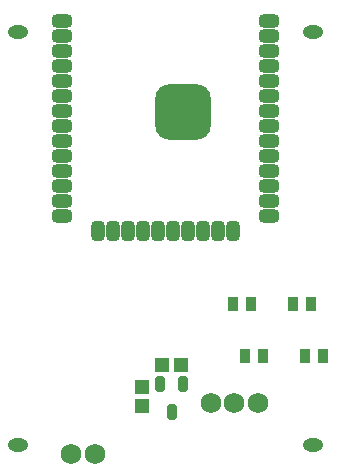
<source format=gbr>
G04*
G04 #@! TF.GenerationSoftware,Altium Limited,Altium Designer,22.4.2 (48)*
G04*
G04 Layer_Color=16711935*
%FSLAX44Y44*%
%MOMM*%
G71*
G04*
G04 #@! TF.SameCoordinates,805B4EF3-34EF-46CF-B3EC-FB7C4EB053B5*
G04*
G04*
G04 #@! TF.FilePolarity,Negative*
G04*
G01*
G75*
%ADD32R,1.1532X1.2032*%
%ADD33R,1.2032X1.1532*%
%ADD35R,0.9532X1.2032*%
%ADD37C,1.7272*%
%ADD38O,1.7032X1.1032*%
G04:AMPARAMS|DCode=50|XSize=1.7032mm|YSize=1.1032mm|CornerRadius=0.3266mm|HoleSize=0mm|Usage=FLASHONLY|Rotation=0.000|XOffset=0mm|YOffset=0mm|HoleType=Round|Shape=RoundedRectangle|*
%AMROUNDEDRECTD50*
21,1,1.7032,0.4500,0,0,0.0*
21,1,1.0500,1.1032,0,0,0.0*
1,1,0.6532,0.5250,-0.2250*
1,1,0.6532,-0.5250,-0.2250*
1,1,0.6532,-0.5250,0.2250*
1,1,0.6532,0.5250,0.2250*
%
%ADD50ROUNDEDRECTD50*%
G04:AMPARAMS|DCode=51|XSize=1.7032mm|YSize=1.1032mm|CornerRadius=0.3266mm|HoleSize=0mm|Usage=FLASHONLY|Rotation=90.000|XOffset=0mm|YOffset=0mm|HoleType=Round|Shape=RoundedRectangle|*
%AMROUNDEDRECTD51*
21,1,1.7032,0.4500,0,0,90.0*
21,1,1.0500,1.1032,0,0,90.0*
1,1,0.6532,0.2250,0.5250*
1,1,0.6532,0.2250,-0.5250*
1,1,0.6532,-0.2250,-0.5250*
1,1,0.6532,-0.2250,0.5250*
%
%ADD51ROUNDEDRECTD51*%
G04:AMPARAMS|DCode=52|XSize=4.7032mm|YSize=4.7032mm|CornerRadius=1.2266mm|HoleSize=0mm|Usage=FLASHONLY|Rotation=0.000|XOffset=0mm|YOffset=0mm|HoleType=Round|Shape=RoundedRectangle|*
%AMROUNDEDRECTD52*
21,1,4.7032,2.2500,0,0,0.0*
21,1,2.2500,4.7032,0,0,0.0*
1,1,2.4532,1.1250,-1.1250*
1,1,2.4532,-1.1250,-1.1250*
1,1,2.4532,-1.1250,1.1250*
1,1,2.4532,1.1250,1.1250*
%
%ADD52ROUNDEDRECTD52*%
G04:AMPARAMS|DCode=53|XSize=1.3532mm|YSize=0.8032mm|CornerRadius=0.2516mm|HoleSize=0mm|Usage=FLASHONLY|Rotation=270.000|XOffset=0mm|YOffset=0mm|HoleType=Round|Shape=RoundedRectangle|*
%AMROUNDEDRECTD53*
21,1,1.3532,0.3000,0,0,270.0*
21,1,0.8500,0.8032,0,0,270.0*
1,1,0.5032,-0.1500,-0.4250*
1,1,0.5032,-0.1500,0.4250*
1,1,0.5032,0.1500,0.4250*
1,1,0.5032,0.1500,-0.4250*
%
%ADD53ROUNDEDRECTD53*%
%ADD54C,1.2032*%
D32*
X162940Y92710D02*
D03*
X146940D02*
D03*
D33*
X129540Y58040D02*
D03*
Y74040D02*
D03*
D35*
X283210Y100330D02*
D03*
X268210D02*
D03*
X222130Y144780D02*
D03*
X207130D02*
D03*
X217410Y100330D02*
D03*
X232410D02*
D03*
X272810Y144780D02*
D03*
X257810D02*
D03*
D37*
X70000Y17000D02*
D03*
X90000D02*
D03*
X227960Y60960D02*
D03*
X207960D02*
D03*
X187960D02*
D03*
D38*
X25000Y25000D02*
D03*
X275000Y375000D02*
D03*
X25000D02*
D03*
X275000Y25000D02*
D03*
D50*
X62500Y383800D02*
D03*
Y371100D02*
D03*
Y358400D02*
D03*
Y345700D02*
D03*
Y333000D02*
D03*
Y320300D02*
D03*
Y307600D02*
D03*
Y294900D02*
D03*
Y282200D02*
D03*
Y269500D02*
D03*
Y256800D02*
D03*
Y244100D02*
D03*
Y231400D02*
D03*
Y218700D02*
D03*
X237500D02*
D03*
Y231400D02*
D03*
Y244100D02*
D03*
Y256800D02*
D03*
Y269500D02*
D03*
Y282200D02*
D03*
Y294900D02*
D03*
Y307600D02*
D03*
Y320300D02*
D03*
Y333000D02*
D03*
Y345700D02*
D03*
Y358400D02*
D03*
Y371100D02*
D03*
Y383800D02*
D03*
D51*
X143600Y206200D02*
D03*
X92800D02*
D03*
X105500D02*
D03*
X118200D02*
D03*
X130900D02*
D03*
X156300D02*
D03*
X169000D02*
D03*
X181700D02*
D03*
X194400D02*
D03*
X207100D02*
D03*
D52*
X165000Y306600D02*
D03*
D53*
X154940Y53266D02*
D03*
X164440Y76266D02*
D03*
X145440D02*
D03*
D54*
X165000Y306600D02*
D03*
Y291600D02*
D03*
Y321670D02*
D03*
X150000Y306600D02*
D03*
X180000D02*
D03*
Y291600D02*
D03*
X150000D02*
D03*
Y321670D02*
D03*
X180000D02*
D03*
M02*

</source>
